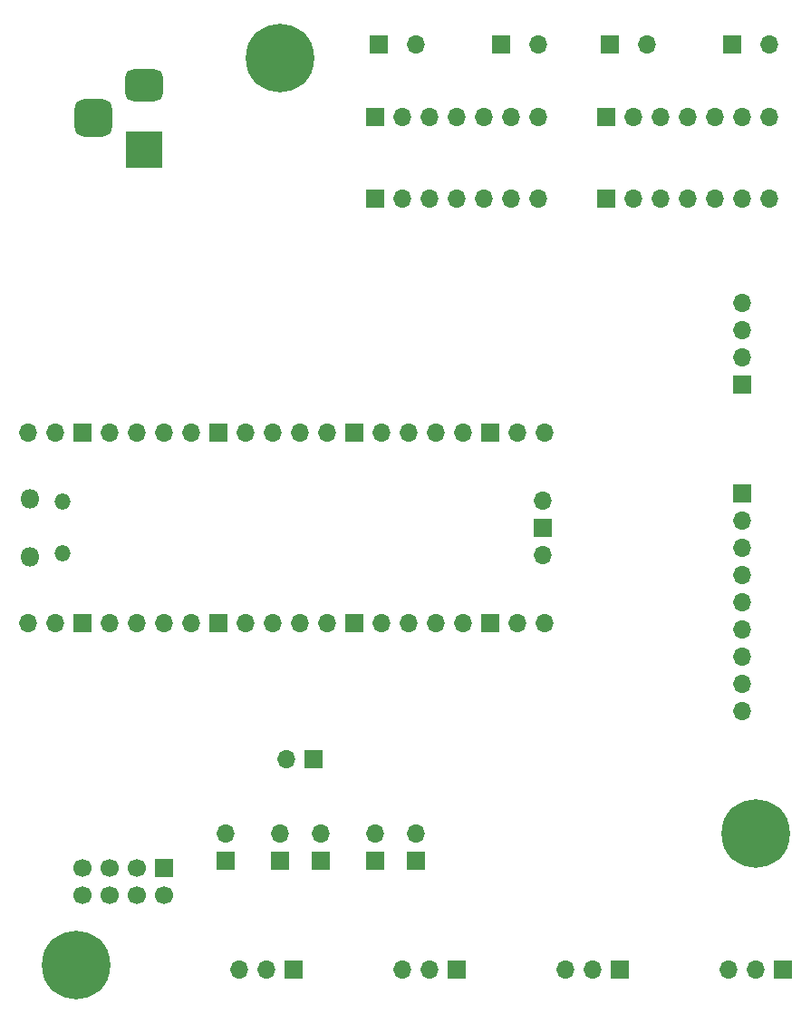
<source format=gbs>
%TF.GenerationSoftware,KiCad,Pcbnew,8.0.1-8.0.1-1~ubuntu22.04.1*%
%TF.CreationDate,2024-10-21T19:50:32-04:00*%
%TF.ProjectId,RedRobotBreakout,52656452-6f62-46f7-9442-7265616b6f75,rev?*%
%TF.SameCoordinates,Original*%
%TF.FileFunction,Soldermask,Bot*%
%TF.FilePolarity,Negative*%
%FSLAX46Y46*%
G04 Gerber Fmt 4.6, Leading zero omitted, Abs format (unit mm)*
G04 Created by KiCad (PCBNEW 8.0.1-8.0.1-1~ubuntu22.04.1) date 2024-10-21 19:50:32*
%MOMM*%
%LPD*%
G01*
G04 APERTURE LIST*
G04 Aperture macros list*
%AMRoundRect*
0 Rectangle with rounded corners*
0 $1 Rounding radius*
0 $2 $3 $4 $5 $6 $7 $8 $9 X,Y pos of 4 corners*
0 Add a 4 corners polygon primitive as box body*
4,1,4,$2,$3,$4,$5,$6,$7,$8,$9,$2,$3,0*
0 Add four circle primitives for the rounded corners*
1,1,$1+$1,$2,$3*
1,1,$1+$1,$4,$5*
1,1,$1+$1,$6,$7*
1,1,$1+$1,$8,$9*
0 Add four rect primitives between the rounded corners*
20,1,$1+$1,$2,$3,$4,$5,0*
20,1,$1+$1,$4,$5,$6,$7,0*
20,1,$1+$1,$6,$7,$8,$9,0*
20,1,$1+$1,$8,$9,$2,$3,0*%
G04 Aperture macros list end*
%ADD10RoundRect,0.875000X-0.875000X0.875000X-0.875000X-0.875000X0.875000X-0.875000X0.875000X0.875000X0*%
%ADD11RoundRect,0.750000X-1.000000X0.750000X-1.000000X-0.750000X1.000000X-0.750000X1.000000X0.750000X0*%
%ADD12R,3.500000X3.500000*%
%ADD13R,1.700000X1.700000*%
%ADD14O,1.700000X1.700000*%
%ADD15C,0.800000*%
%ADD16C,6.400000*%
%ADD17C,1.700000*%
%ADD18O,1.800000X1.800000*%
%ADD19O,1.500000X1.500000*%
G04 APERTURE END LIST*
D10*
%TO.C,J5*%
X150240000Y-43640000D03*
D11*
X154940000Y-40640000D03*
D12*
X154940000Y-46640000D03*
%TD*%
D13*
%TO.C,U3*%
X198115000Y-51170000D03*
D14*
X200655000Y-51170000D03*
X203195000Y-51170000D03*
X205735000Y-51170000D03*
X208275000Y-51170000D03*
X210815000Y-51170000D03*
X213355000Y-51170000D03*
X213355000Y-43550000D03*
X210815000Y-43550000D03*
X208275000Y-43550000D03*
X205735000Y-43550000D03*
X203195000Y-43550000D03*
X200655000Y-43550000D03*
D13*
X198115000Y-43550000D03*
%TD*%
D15*
%TO.C,H3*%
X150990000Y-122762944D03*
X150287056Y-124460000D03*
X150287056Y-121065888D03*
X148590000Y-125162944D03*
D16*
X148590000Y-122762944D03*
D15*
X148590000Y-120362944D03*
X146892944Y-124460000D03*
X146892944Y-121065888D03*
X146190000Y-122762944D03*
%TD*%
D14*
%TO.C,J3*%
X201930000Y-36830000D03*
D13*
X198430000Y-36830000D03*
%TD*%
%TO.C,J16*%
X176530000Y-113035000D03*
D14*
X176530000Y-110495000D03*
%TD*%
%TO.C,J1*%
X180340000Y-36830000D03*
D13*
X176840000Y-36830000D03*
%TD*%
%TO.C,J13*%
X162560000Y-113035000D03*
D14*
X162560000Y-110495000D03*
%TD*%
D13*
%TO.C,U4*%
X156845000Y-113665000D03*
D17*
X156845000Y-116205000D03*
X154305000Y-113665000D03*
X154305000Y-116205000D03*
X151765000Y-113665000D03*
X151765000Y-116205000D03*
X149225000Y-113665000D03*
X149225000Y-116205000D03*
%TD*%
D15*
%TO.C,H1*%
X214490000Y-110490000D03*
X213787056Y-112187056D03*
X213787056Y-108792944D03*
X212090000Y-112890000D03*
D16*
X212090000Y-110490000D03*
D15*
X212090000Y-108090000D03*
X210392944Y-112187056D03*
X210392944Y-108792944D03*
X209690000Y-110490000D03*
%TD*%
D13*
%TO.C,J15*%
X171450000Y-113035000D03*
D14*
X171450000Y-110495000D03*
%TD*%
D13*
%TO.C,U2*%
X176525000Y-51170000D03*
D14*
X179065000Y-51170000D03*
X181605000Y-51170000D03*
X184145000Y-51170000D03*
X186685000Y-51170000D03*
X189225000Y-51170000D03*
X191765000Y-51170000D03*
X191765000Y-43550000D03*
X189225000Y-43550000D03*
X186685000Y-43550000D03*
X184145000Y-43550000D03*
X181605000Y-43550000D03*
X179065000Y-43550000D03*
D13*
X176525000Y-43550000D03*
%TD*%
D14*
%TO.C,J8*%
X179055000Y-123190000D03*
X181595000Y-123190000D03*
D13*
X184135000Y-123190000D03*
%TD*%
%TO.C,J18*%
X170820000Y-103505000D03*
D14*
X168280000Y-103505000D03*
%TD*%
D13*
%TO.C,J9*%
X168910000Y-123190000D03*
D14*
X166370000Y-123190000D03*
X163830000Y-123190000D03*
%TD*%
%TO.C,U1*%
X192175000Y-79375000D03*
D13*
X192175000Y-81915000D03*
D14*
X192175000Y-84455000D03*
X144145000Y-73025000D03*
X146685000Y-73025000D03*
D13*
X149225000Y-73025000D03*
D14*
X151765000Y-73025000D03*
X154305000Y-73025000D03*
X156845000Y-73025000D03*
X159385000Y-73025000D03*
D13*
X161925000Y-73025000D03*
D14*
X164465000Y-73025000D03*
X167005000Y-73025000D03*
X169545000Y-73025000D03*
X172085000Y-73025000D03*
D13*
X174625000Y-73025000D03*
D14*
X177165000Y-73025000D03*
X179705000Y-73025000D03*
X182245000Y-73025000D03*
X184785000Y-73025000D03*
D13*
X187325000Y-73025000D03*
D14*
X189865000Y-73025000D03*
X192405000Y-73025000D03*
X192405000Y-90805000D03*
X189865000Y-90805000D03*
D13*
X187325000Y-90805000D03*
D14*
X184785000Y-90805000D03*
X182245000Y-90805000D03*
X179705000Y-90805000D03*
X177165000Y-90805000D03*
D13*
X174625000Y-90805000D03*
D14*
X172085000Y-90805000D03*
X169545000Y-90805000D03*
X167005000Y-90805000D03*
X164465000Y-90805000D03*
D13*
X161925000Y-90805000D03*
D14*
X159385000Y-90805000D03*
X156845000Y-90805000D03*
X154305000Y-90805000D03*
X151765000Y-90805000D03*
D13*
X149225000Y-90805000D03*
D14*
X146685000Y-90805000D03*
X144145000Y-90805000D03*
D18*
X144275000Y-79190000D03*
D19*
X147305000Y-79490000D03*
X147305000Y-84340000D03*
D18*
X144275000Y-84640000D03*
%TD*%
D13*
%TO.C,J17*%
X180340000Y-113035000D03*
D14*
X180340000Y-110495000D03*
%TD*%
D15*
%TO.C,H2*%
X170040000Y-38100000D03*
X169337056Y-39797056D03*
X169337056Y-36402944D03*
X167640000Y-40500000D03*
D16*
X167640000Y-38100000D03*
D15*
X167640000Y-35700000D03*
X165942944Y-39797056D03*
X165942944Y-36402944D03*
X165240000Y-38100000D03*
%TD*%
D13*
%TO.C,J7*%
X199390000Y-123190000D03*
D14*
X196850000Y-123190000D03*
X194310000Y-123190000D03*
%TD*%
D13*
%TO.C,J14*%
X167640000Y-113035000D03*
D14*
X167640000Y-110495000D03*
%TD*%
D13*
%TO.C,J10*%
X210820000Y-68570000D03*
D14*
X210820000Y-66030000D03*
X210820000Y-63490000D03*
X210820000Y-60950000D03*
%TD*%
%TO.C,J6*%
X209550000Y-123190000D03*
X212090000Y-123190000D03*
D13*
X214630000Y-123190000D03*
%TD*%
D14*
%TO.C,J2*%
X191770000Y-36830000D03*
D13*
X188270000Y-36830000D03*
%TD*%
D14*
%TO.C,J4*%
X213360000Y-36830000D03*
D13*
X209860000Y-36830000D03*
%TD*%
%TO.C,J11*%
X210820000Y-78740000D03*
D14*
X210820000Y-81280000D03*
X210820000Y-83820000D03*
X210820000Y-86360000D03*
X210820000Y-88900000D03*
X210820000Y-91440000D03*
X210820000Y-93980000D03*
X210820000Y-96520000D03*
X210820000Y-99060000D03*
%TD*%
M02*

</source>
